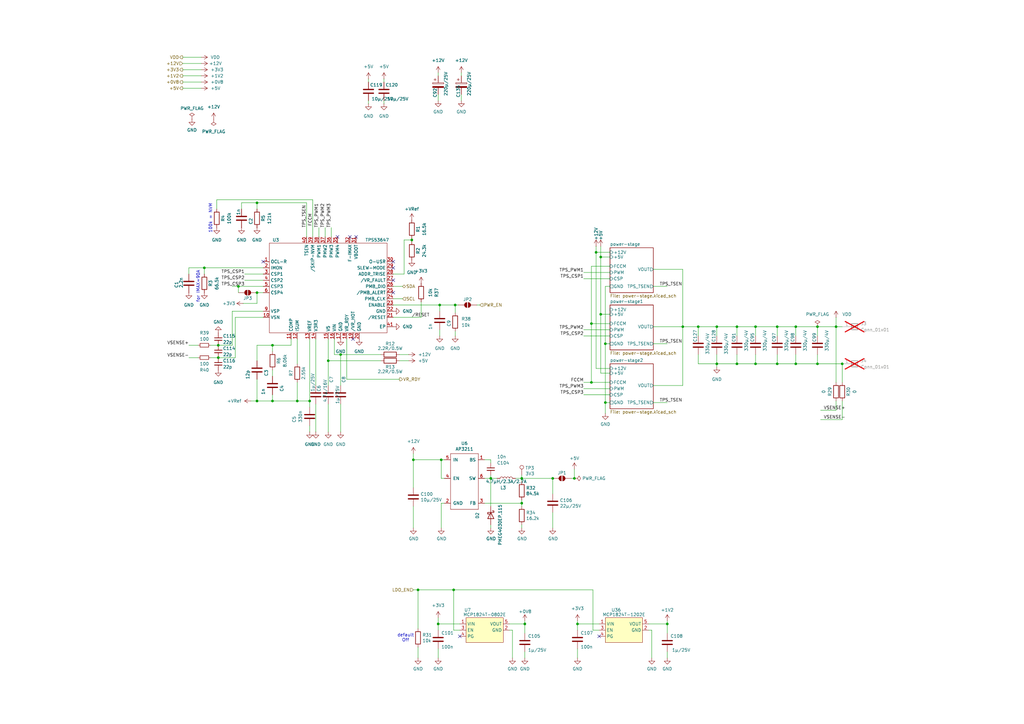
<source format=kicad_sch>
(kicad_sch (version 20250114) (generator "eeschema") (generator_version "9.0")
  (paper "A3")
  (title_block (title "BM1366 bitaxe") (date "2023-10-10") (rev "202"))
  (text "default\nOff" (at 166.37 261.62 0) (effects (font (size 1.27 1.27))))
  (text "for IMAX=90A" (at 81.28 117.475 90) (effects (font (size 1.27 1.27))))
  (text "100k = NVM" (at 86.36 89.535 90) (effects (font (size 1.27 1.27))))
  (junction (at 242.57 156.845))
  (junction (at 213.995 206.375))
  (junction (at 335.28 133.985))
  (junction (at 179.705 255.905) (diameter 0.9144))
  (junction (at 309.88 133.985))
  (junction (at 111.76 141.605))
  (junction (at 342.9 133.985))
  (junction (at 169.545 188.595))
  (junction (at 246.38 105.41))
  (junction (at 294.005 149.225))
  (junction (at 273.685 255.905))
  (junction (at 134.62 147.955))
  (junction (at 186.69 125.095))
  (junction (at 105.41 83.185))
  (junction (at 326.39 133.985))
  (junction (at 186.055 241.935))
  (junction (at 345.44 149.225))
  (junction (at 248.285 140.97))
  (junction (at 168.91 98.425))
  (junction (at 248.285 165.1))
  (junction (at 121.92 164.465))
  (junction (at 246.38 128.905))
  (junction (at 213.995 196.215))
  (junction (at 105.41 120.015))
  (junction (at 89.535 146.685))
  (junction (at 111.76 164.465))
  (junction (at 180.975 188.595))
  (junction (at 215.265 255.905) (diameter 0.9144))
  (junction (at 236.855 255.905) (diameter 0.9144))
  (junction (at 302.26 133.985))
  (junction (at 302.26 149.225))
  (junction (at 226.695 196.215))
  (junction (at 318.77 149.225))
  (junction (at 127 164.465))
  (junction (at 242.57 132.715))
  (junction (at 326.39 149.225))
  (junction (at 294.005 133.985))
  (junction (at 244.475 103.505))
  (junction (at 105.41 164.465))
  (junction (at 318.77 133.985))
  (junction (at 280.035 133.985))
  (junction (at 89.535 141.605))
  (junction (at 180.34 125.095))
  (junction (at 335.28 149.225))
  (junction (at 171.45 241.935))
  (junction (at 201.295 196.215))
  (junction (at 286.385 133.985))
  (junction (at 235.585 196.215))
  (junction (at 309.88 149.225))
  (junction (at 97.79 117.475))
  (junction (at 139.7 145.415))
  (junction (at 83.82 109.855))
  (no_connect (at 107.95 107.315))
  (no_connect (at 161.29 109.855))
  (no_connect (at 161.29 120.015))
  (no_connect (at 144.78 139.065))
  (no_connect (at 161.29 114.935))
  (no_connect (at 245.745 260.985))
  (no_connect (at 143.51 97.155))
  (no_connect (at 161.29 107.315))
  (no_connect (at 138.43 97.155))
  (no_connect (at 146.05 97.155))
  (no_connect (at 188.595 260.985))
  (wire (pts (xy 248.285 165.1) (xy 250.19 165.1)))
  (wire (pts (xy 127 139.065) (xy 127 164.465)))
  (wire (pts (xy 326.39 133.985) (xy 335.28 133.985)))
  (wire (pts (xy 294.005 149.225) (xy 302.26 149.225)))
  (wire (pts (xy 273.685 254.635) (xy 273.685 255.905)))
  (wire (pts (xy 286.385 149.225) (xy 294.005 149.225)))
  (wire (pts (xy 82.55 28.575) (xy 74.93 28.575)))
  (wire (pts (xy 246.38 105.41) (xy 250.19 105.41)))
  (wire (pts (xy 309.88 133.985) (xy 309.88 137.795)))
  (wire (pts (xy 157.48 32.385) (xy 157.48 33.655)))
  (wire (pts (xy 335.28 133.985) (xy 335.28 137.795)))
  (wire (pts (xy 239.395 159.385) (xy 250.19 159.385)))
  (wire (pts (xy 186.055 258.445) (xy 188.595 258.445)))
  (wire (pts (xy 135.89 93.345) (xy 135.89 97.155)))
  (wire (pts (xy 336.55 172.085) (xy 345.44 172.085)))
  (wire (pts (xy 266.065 255.905) (xy 273.685 255.905)))
  (wire (pts (xy 273.685 267.335) (xy 273.685 269.875)))
  (wire (pts (xy 226.695 216.535) (xy 226.695 210.185)))
  (wire (pts (xy 244.475 151.13) (xy 244.475 103.505)))
  (wire (pts (xy 326.39 149.225) (xy 335.28 149.225)))
  (wire (pts (xy 121.92 156.845) (xy 121.92 164.465)))
  (wire (pts (xy 208.915 255.905) (xy 215.265 255.905)))
  (wire (pts (xy 189.23 38.735) (xy 189.23 41.275)))
  (wire (pts (xy 161.29 117.475) (xy 165.1 117.475)))
  (wire (pts (xy 267.335 258.445) (xy 267.335 269.875)))
  (wire (pts (xy 201.295 207.645) (xy 201.295 196.215)))
  (wire (pts (xy 239.395 137.795) (xy 250.19 137.795)))
  (wire (pts (xy 186.055 241.935) (xy 243.205 241.935)))
  (wire (pts (xy 180.975 188.595) (xy 182.245 188.595)))
  (wire (pts (xy 165.735 98.425) (xy 168.91 98.425)))
  (wire (pts (xy 129.54 139.065) (xy 129.54 158.115)))
  (wire (pts (xy 309.88 149.225) (xy 318.77 149.225)))
  (wire (pts (xy 226.695 202.565) (xy 226.695 196.215)))
  (wire (pts (xy 198.755 188.595) (xy 201.295 188.595)))
  (wire (pts (xy 201.295 216.535) (xy 201.295 215.265)))
  (wire (pts (xy 326.39 133.985) (xy 326.39 137.795)))
  (wire (pts (xy 267.97 165.1) (xy 273.685 165.1)))
  (wire (pts (xy 77.47 109.855) (xy 77.47 112.395)))
  (wire (pts (xy 201.295 196.215) (xy 201.295 194.945)))
  (wire (pts (xy 179.705 255.905) (xy 188.595 255.905)))
  (wire (pts (xy 169.545 186.055) (xy 169.545 188.595)))
  (wire (pts (xy 151.13 32.385) (xy 151.13 33.655)))
  (wire (pts (xy 226.695 196.215) (xy 213.995 196.215)))
  (wire (pts (xy 335.28 145.415) (xy 335.28 149.225)))
  (wire (pts (xy 180.34 125.095) (xy 180.34 127.635)))
  (wire (pts (xy 280.035 158.115) (xy 267.97 158.115)))
  (wire (pts (xy 213.995 206.375) (xy 213.995 205.105)))
  (wire (pts (xy 88.9 85.725) (xy 88.9 81.915)))
  (wire (pts (xy 248.285 140.97) (xy 248.285 117.475)))
  (wire (pts (xy 82.55 26.035) (xy 74.93 26.035)))
  (wire (pts (xy 302.26 133.985) (xy 309.88 133.985)))
  (wire (pts (xy 134.62 147.955) (xy 156.21 147.955)))
  (wire (pts (xy 119.38 139.065) (xy 119.38 141.605)))
  (wire (pts (xy 318.77 145.415) (xy 318.77 149.225)))
  (wire (pts (xy 168.91 98.425) (xy 168.91 99.06)))
  (wire (pts (xy 133.35 93.345) (xy 133.35 97.155)))
  (wire (pts (xy 302.26 145.415) (xy 302.26 149.225)))
  (wire (pts (xy 161.29 122.555) (xy 165.1 122.555)))
  (wire (pts (xy 335.28 133.985) (xy 342.9 133.985)))
  (wire (pts (xy 111.76 141.605) (xy 105.41 141.605)))
  (wire (pts (xy 244.475 100.965) (xy 244.475 103.505)))
  (wire (pts (xy 309.88 145.415) (xy 309.88 149.225)))
  (wire (pts (xy 169.545 216.535) (xy 169.545 207.645)))
  (wire (pts (xy 342.9 133.985) (xy 342.9 130.175)))
  (wire (pts (xy 107.95 127.635) (xy 95.25 127.635)))
  (wire (pts (xy 326.39 145.415) (xy 326.39 149.225)))
  (wire (pts (xy 86.36 141.605) (xy 89.535 141.605)))
  (wire (pts (xy 127 174.625) (xy 127 177.165)))
  (wire (pts (xy 89.535 141.605) (xy 95.25 141.605)))
  (wire (pts (xy 157.48 41.275) (xy 157.48 42.545)))
  (wire (pts (xy 111.76 141.605) (xy 111.76 144.145)))
  (wire (pts (xy 97.79 117.475) (xy 107.95 117.475)))
  (wire (pts (xy 267.335 258.445) (xy 266.065 258.445)))
  (wire (pts (xy 127 164.465) (xy 121.92 164.465)))
  (wire (pts (xy 213.995 196.215) (xy 211.455 196.215)))
  (wire (pts (xy 201.295 196.215) (xy 203.835 196.215)))
  (wire (pts (xy 213.995 216.535) (xy 213.995 215.265)))
  (wire (pts (xy 186.69 125.095) (xy 186.69 128.27)))
  (wire (pts (xy 248.285 169.545) (xy 248.285 165.1)))
  (wire (pts (xy 239.395 156.845) (xy 242.57 156.845)))
  (wire (pts (xy 137.16 145.415) (xy 139.7 145.415)))
  (wire (pts (xy 242.57 132.715) (xy 250.19 132.715)))
  (wire (pts (xy 286.385 133.985) (xy 286.385 137.795)))
  (wire (pts (xy 130.81 93.345) (xy 130.81 97.155)))
  (wire (pts (xy 142.24 139.065) (xy 142.24 155.575)))
  (wire (pts (xy 180.975 196.215) (xy 182.245 196.215)))
  (wire (pts (xy 134.62 139.065) (xy 134.62 147.955)))
  (wire (pts (xy 198.755 196.215) (xy 201.295 196.215)))
  (wire (pts (xy 165.735 112.395) (xy 165.735 98.425)))
  (wire (pts (xy 213.995 197.485) (xy 213.995 196.215)))
  (wire (pts (xy 239.395 135.255) (xy 250.19 135.255)))
  (wire (pts (xy 239.395 111.76) (xy 250.19 111.76)))
  (wire (pts (xy 244.475 103.505) (xy 250.19 103.505)))
  (wire (pts (xy 248.285 140.97) (xy 250.19 140.97)))
  (wire (pts (xy 127 164.465) (xy 127 167.005)))
  (wire (pts (xy 180.34 125.095) (xy 186.69 125.095)))
  (wire (pts (xy 309.88 133.985) (xy 318.77 133.985)))
  (wire (pts (xy 100.33 112.395) (xy 107.95 112.395)))
  (wire (pts (xy 267.97 133.985) (xy 280.035 133.985)))
  (wire (pts (xy 215.265 267.335) (xy 215.265 269.875)))
  (wire (pts (xy 180.975 206.375) (xy 182.245 206.375)))
  (wire (pts (xy 129.54 177.165) (xy 129.54 165.735)))
  (wire (pts (xy 294.005 145.415) (xy 294.005 149.225)))
  (wire (pts (xy 119.38 141.605) (xy 111.76 141.605)))
  (wire (pts (xy 99.695 124.46) (xy 105.41 124.46)))
  (wire (pts (xy 180.34 135.255) (xy 180.34 137.795)))
  (wire (pts (xy 161.29 130.175) (xy 172.72 130.175)))
  (wire (pts (xy 267.97 117.475) (xy 273.685 117.475)))
  (wire (pts (xy 161.29 125.095) (xy 180.34 125.095)))
  (wire (pts (xy 128.27 81.915) (xy 128.27 97.155)))
  (wire (pts (xy 111.76 164.465) (xy 105.41 164.465)))
  (wire (pts (xy 294.005 133.985) (xy 302.26 133.985)))
  (wire (pts (xy 169.545 188.595) (xy 180.975 188.595)))
  (wire (pts (xy 111.76 161.925) (xy 111.76 164.465)))
  (wire (pts (xy 105.41 164.465) (xy 105.41 155.575)))
  (wire (pts (xy 248.285 117.475) (xy 250.19 117.475)))
  (wire (pts (xy 107.95 109.855) (xy 83.82 109.855)))
  (wire (pts (xy 273.685 255.905) (xy 273.685 259.715)))
  (wire (pts (xy 83.82 109.855) (xy 77.47 109.855)))
  (wire (pts (xy 318.77 133.985) (xy 326.39 133.985)))
  (wire (pts (xy 318.77 133.985) (xy 318.77 137.795)))
  (wire (pts (xy 236.855 254.635) (xy 236.855 255.905)))
  (wire (pts (xy 111.76 151.765) (xy 111.76 154.305)))
  (wire (pts (xy 213.995 194.945) (xy 213.995 196.215)))
  (wire (pts (xy 89.535 146.685) (xy 96.52 146.685)))
  (wire (pts (xy 345.44 164.465) (xy 345.44 172.085)))
  (wire (pts (xy 342.9 133.985) (xy 342.9 156.845)))
  (wire (pts (xy 125.73 83.185) (xy 105.41 83.185)))
  (wire (pts (xy 161.29 112.395) (xy 165.735 112.395)))
  (wire (pts (xy 163.83 147.955) (xy 167.64 147.955)))
  (wire (pts (xy 198.755 206.375) (xy 213.995 206.375)))
  (wire (pts (xy 105.41 141.605) (xy 105.41 147.955)))
  (wire (pts (xy 151.13 41.275) (xy 151.13 42.545)))
  (wire (pts (xy 235.585 192.405) (xy 235.585 196.215)))
  (wire (pts (xy 179.705 29.845) (xy 179.705 31.115)))
  (wire (pts (xy 99.06 83.185) (xy 99.06 85.725)))
  (wire (pts (xy 335.28 149.225) (xy 345.44 149.225)))
  (wire (pts (xy 180.975 188.595) (xy 180.975 196.215)))
  (wire (pts (xy 186.69 135.89) (xy 186.69 137.795)))
  (wire (pts (xy 77.47 141.605) (xy 81.28 141.605)))
  (wire (pts (xy 242.57 156.845) (xy 250.19 156.845)))
  (wire (pts (xy 169.545 200.025) (xy 169.545 188.595)))
  (wire (pts (xy 97.79 117.475) (xy 97.79 120.015)))
  (wire (pts (xy 82.55 23.495) (xy 74.93 23.495)))
  (wire (pts (xy 179.705 255.905) (xy 179.705 258.445)))
  (wire (pts (xy 137.16 139.065) (xy 137.16 145.415)))
  (wire (pts (xy 96.52 130.175) (xy 96.52 146.685)))
  (wire (pts (xy 294.005 149.225) (xy 294.005 150.495)))
  (wire (pts (xy 171.45 241.935) (xy 186.055 241.935)))
  (wire (pts (xy 215.265 255.905) (xy 215.265 259.715)))
  (wire (pts (xy 100.33 114.935) (xy 107.95 114.935)))
  (wire (pts (xy 179.705 266.065) (xy 179.705 269.875)))
  (wire (pts (xy 236.855 266.065) (xy 236.855 269.875)))
  (wire (pts (xy 195.58 125.095) (xy 196.85 125.095)))
  (wire (pts (xy 186.69 125.095) (xy 187.96 125.095)))
  (wire (pts (xy 246.38 153.035) (xy 246.38 128.905)))
  (wire (pts (xy 139.7 165.735) (xy 139.7 177.165)))
  (wire (pts (xy 246.38 100.965) (xy 246.38 105.41)))
  (wire (pts (xy 248.285 165.1) (xy 248.285 140.97)))
  (wire (pts (xy 186.055 241.935) (xy 186.055 258.445)))
  (wire (pts (xy 105.41 120.015) (xy 105.41 124.46)))
  (wire (pts (xy 250.19 151.13) (xy 244.475 151.13)))
  (wire (pts (xy 121.92 164.465) (xy 111.76 164.465)))
  (wire (pts (xy 102.87 164.465) (xy 105.41 164.465)))
  (wire (pts (xy 142.24 155.575) (xy 163.83 155.575)))
  (wire (pts (xy 318.77 149.225) (xy 326.39 149.225)))
  (wire (pts (xy 302.26 149.225) (xy 309.88 149.225)))
  (wire (pts (xy 105.41 83.185) (xy 105.41 85.725)))
  (wire (pts (xy 163.83 145.415) (xy 167.64 145.415)))
  (wire (pts (xy 246.38 128.905) (xy 246.38 105.41)))
  (wire (pts (xy 210.185 258.445) (xy 210.185 269.875)))
  (wire (pts (xy 86.36 146.685) (xy 89.535 146.685)))
  (wire (pts (xy 180.975 216.535) (xy 180.975 206.375)))
  (wire (pts (xy 88.9 81.915) (xy 128.27 81.915)))
  (wire (pts (xy 82.55 31.115) (xy 74.93 31.115)))
  (wire (pts (xy 95.25 117.475) (xy 97.79 117.475)))
  (wire (pts (xy 239.395 161.925) (xy 250.19 161.925)))
  (wire (pts (xy 172.72 123.825) (xy 172.72 130.175)))
  (wire (pts (xy 280.035 133.985) (xy 286.385 133.985)))
  (wire (pts (xy 171.45 241.935) (xy 171.45 257.81)))
  (wire (pts (xy 201.295 188.595) (xy 201.295 189.865)))
  (wire (pts (xy 236.855 255.905) (xy 236.855 258.445)))
  (wire (pts (xy 342.9 133.985) (xy 345.44 133.985)))
  (wire (pts (xy 280.035 133.985) (xy 280.035 158.115)))
  (wire (pts (xy 215.265 254.635) (xy 215.265 255.905)))
  (wire (pts (xy 250.19 153.035) (xy 246.38 153.035)))
  (wire (pts (xy 105.41 83.185) (xy 99.06 83.185)))
  (wire (pts (xy 243.205 241.935) (xy 243.205 258.445)))
  (wire (pts (xy 77.47 146.685) (xy 81.28 146.685)))
  (wire (pts (xy 95.25 141.605) (xy 95.25 127.635)))
  (wire (pts (xy 74.93 36.195) (xy 82.55 36.195)))
  (wire (pts (xy 235.585 196.215) (xy 234.315 196.215)))
  (wire (pts (xy 294.005 133.985) (xy 294.005 137.795)))
  (wire (pts (xy 105.41 120.015) (xy 107.95 120.015)))
  (wire (pts (xy 213.995 207.645) (xy 213.995 206.375)))
  (wire (pts (xy 179.705 253.365) (xy 179.705 255.905)))
  (wire (pts (xy 179.705 38.735) (xy 179.705 41.275)))
  (wire (pts (xy 250.19 109.22) (xy 242.57 109.22)))
  (wire (pts (xy 171.45 265.43) (xy 171.45 269.875)))
  (wire (pts (xy 125.73 83.185) (xy 125.73 97.155)))
  (wire (pts (xy 286.385 133.985) (xy 294.005 133.985)))
  (wire (pts (xy 210.185 258.445) (xy 208.915 258.445)))
  (wire (pts (xy 286.385 145.415) (xy 286.385 149.225)))
  (wire (pts (xy 246.38 128.905) (xy 250.19 128.905)))
  (wire (pts (xy 134.62 147.955) (xy 134.62 158.115)))
  (wire (pts (xy 280.035 110.49) (xy 280.035 133.985)))
  (wire (pts (xy 245.745 258.445) (xy 243.205 258.445)))
  (wire (pts (xy 82.55 33.655) (xy 74.93 33.655)))
  (wire (pts (xy 189.23 29.845) (xy 189.23 31.115)))
  (wire (pts (xy 342.9 164.465) (xy 342.9 168.275)))
  (wire (pts (xy 336.55 168.275) (xy 342.9 168.275)))
  (wire (pts (xy 139.7 145.415) (xy 156.21 145.415)))
  (wire (pts (xy 139.7 145.415) (xy 139.7 158.115)))
  (wire (pts (xy 267.97 110.49) (xy 280.035 110.49)))
  (wire (pts (xy 121.92 139.065) (xy 121.92 149.225)))
  (wire (pts (xy 267.97 140.97) (xy 273.685 140.97)))
  (wire (pts (xy 107.95 130.175) (xy 96.52 130.175)))
  (wire (pts (xy 236.855 255.905) (xy 245.745 255.905)))
  (wire (pts (xy 169.545 241.935) (xy 171.45 241.935)))
  (wire (pts (xy 168.91 98.425) (xy 168.91 97.79)))
  (wire (pts (xy 239.395 114.3) (xy 250.19 114.3)))
  (wire (pts (xy 345.44 149.225) (xy 345.44 156.845)))
  (wire (pts (xy 242.57 109.22) (xy 242.57 132.715)))
  (wire (pts (xy 242.57 132.715) (xy 242.57 156.845)))
  (wire (pts (xy 134.62 165.735) (xy 134.62 177.165)))
  (wire (pts (xy 83.82 109.855) (xy 83.82 112.395)))
  (wire (pts (xy 302.26 133.985) (xy 302.26 137.795)))
  (label "TPS_PWM1" (at 130.81 93.345 90))
  (label "TPS_CSP1" (at 100.33 112.395 180))
  (label "TPS_CSP3" (at 239.395 161.925 180))
  (label "{slash}RESET" (at 168.91 130.175 0))
  (label "TPS_TSEN" (at 125.73 93.345 90))
  (label "TPS_TSEN" (at 270.51 117.475 0))
  (label "TPS_TSEN" (at 270.51 165.1 0))
  (label "TPS_CSP2" (at 100.33 114.935 180))
  (label "TPS_CSP3" (at 100.33 117.475 180))
  (label "TPS_PWM2" (at 133.35 93.345 90))
  (label "TPS_TSEN" (at 270.51 140.97 0))
  (label "TPS_CSP2" (at 239.395 137.795 180))
  (label "VSENSE+" (at 77.47 141.605 180))
  (label "VSENSE-" (at 337.82 172.085 0))
  (label "VSENSE-" (at 77.47 146.685 180))
  (label "TPS_PWM2" (at 239.395 135.255 180))
  (label "VSENSE+" (at 337.82 168.275 0))
  (label "FCCM" (at 128.27 92.71 90))
  (label "TPS_PWM3" (at 135.89 93.345 90))
  (label "TPS_CSP1" (at 239.395 114.3 180))
  (label "TPS_PWM1" (at 239.395 111.76 180))
  (label "TPS_PWM3" (at 239.395 159.385 180))
  (label "FCCM" (at 239.395 156.845 180))
  (hierarchical_label "VR_RDY" (shape output) (at 163.83 155.575 0))
  (hierarchical_label "VDD" (shape output) (at 74.93 23.495 180))
  (hierarchical_label "+12V" (shape input) (at 74.93 26.035 180))
  (hierarchical_label "SCL" (shape input) (at 165.1 122.555 0))
  (hierarchical_label "SDA" (shape bidirectional) (at 165.1 117.475 0))
  (hierarchical_label "+1V2" (shape output) (at 74.93 31.115 180))
  (hierarchical_label "+3V3" (shape output) (at 74.93 28.575 180))
  (hierarchical_label "+5V" (shape output) (at 74.93 36.195 180))
  (hierarchical_label "+0V8" (shape output) (at 74.93 33.655 180))
  (hierarchical_label "PWR_EN" (shape input) (at 196.85 125.095 0))
  (hierarchical_label "LDO_EN" (shape input) (at 169.545 241.935 180))
  (symbol (lib_id "power:GND") (at 273.685 269.875 0) (mirror y) (unit 1)
    (property "Reference" "#PWR0199" (effects (hide yes)))
    (property "Value" "GND" (at 273.685 274.32 0))
  )
  (symbol (lib_id "pferdibank-rescue:AP3211-mylib") (at 191.135 196.215 0) (unit 1)
    (property "Reference" "U6" (at 190.5 181.864 0))
    (property "Value" "AP3211" (at 190.5 184.1754 0))
    (property "Footprint" "Package_TO_SOT_SMD:SOT-23-6" (effects (hide yes)))
    (property "Distributor" "D" (effects (hide yes)))
    (property "Manufacturer" "AP3211KTR-G1" (effects (hide yes)))
    (property "OrderNr" "AP3211KTR-G1DICT-ND" (effects (hide yes)))
  )
  (symbol (lib_id "Device:C") (at 326.39 141.605 0) (unit 1)
    (property "Reference" "C98" (at 325.12 140.335 90) (effects (justify left)))
    (property "Value" "330µ/4V" (at 330.2 144.145 90) (effects (justify left)))
    (property "Footprint" "Capacitor_SMD:C_1210_3225Metric" (effects (hide yes)))
    (property "Distributor" "D" (effects (hide yes)))
    (property "Manufacturer" "GRM32ER60G337ME05K" (effects (hide yes)))
    (property "OrderNr" "490-GRM32ER60G337ME05KCT-ND" (effects (hide yes)))
    (property "temp-coefficient" "X5R" (effects (hide yes)))
  )
  (symbol (lib_id "power:GND") (at 210.185 269.875 0) (mirror y) (unit 1)
    (property "Reference" "#PWR0181" (effects (hide yes)))
    (property "Value" "GND" (at 210.185 274.32 0))
  )
  (symbol (lib_id "power:+12V") (at 179.705 29.845 0) (unit 1)
    (property "Reference" "#PWR0161" (effects (hide yes)))
    (property "Value" "+12V" (at 179.705 24.765 0))
  )
  (symbol (lib_id "Device:C") (at 99.06 89.535 0) (mirror y) (unit 1)
    (property "Reference" "C2" (at 102.87 92.075 90) (effects (justify left)))
    (property "Value" "1n" (at 97.79 88.265 90) (effects (justify left)))
    (property "Footprint" "Capacitor_SMD:C_0805_2012Metric" (effects (hide yes)))
    (property "Distributor" "D" (effects (hide yes)))
    (property "Manufacturer" "C0805C102J2GECTU" (effects (hide yes)))
    (property "OrderNr" "399-C0805C102J2GECTUCT-ND" (effects (hide yes)))
    (property "temp-coefficient" "C0G" (effects (hide yes)))
  )
  (symbol (lib_name "GND_7") (lib_id "power:GND") (at 151.13 42.545 0) (unit 1)
    (property "Reference" "#PWR029" (effects (hide yes)))
    (property "Value" "GND" (at 151.13 47.625 0))
  )
  (symbol (lib_id "Device:C") (at 215.265 263.525 0) (unit 1)
    (property "Reference" "C105" (at 216.535 261.62 0) (effects (justify left bottom)))
    (property "Value" "1µ/25V" (at 216.535 267.335 0) (effects (justify left bottom)))
    (property "Footprint" "Capacitor_SMD:C_0805_2012Metric" (effects (hide yes)))
    (property "Distributor" "D" (effects (hide yes)))
    (property "Manufacturer" "CL21B105KBFNNNE" (effects (hide yes)))
    (property "OrderNr" "1276-1029-1-ND" (effects (hide yes)))
    (property "temp-coefficient" "X7R" (effects (hide yes)))
  )
  (symbol (lib_name "GND_5") (lib_id "power:GND") (at 134.62 177.165 0) (unit 1)
    (property "Reference" "#PWR024" (effects (hide yes)))
    (property "Value" "GND" (at 134.62 182.245 0))
    (property "Description" "Power symbol creates a global label with name \"GND\" , ground" (effects (hide yes)))
  )
  (symbol (lib_id "Device:C") (at 105.41 151.765 0) (mirror y) (unit 1)
    (property "Reference" "C3" (at 109.22 154.305 90) (effects (justify left)))
    (property "Value" "12p" (at 101.6 155.575 90) (effects (justify left)))
    (property "Footprint" "Capacitor_SMD:C_0603_1608Metric" (effects (hide yes)))
    (property "Distributor" "D" (effects (hide yes)))
    (property "Manufacturer" "C0805C120J5GACTU" (effects (hide yes)))
    (property "OrderNr" "399-C0805C120J5GACTUCT-ND" (effects (hide yes)))
    (property "temp-coefficient" "C0G" (effects (hide yes)))
  )
  (symbol (lib_name "+3V3_1") (lib_id "power:+3V3") (at 172.72 116.205 0) (unit 1)
    (property "Reference" "#PWR02" (effects (hide yes)))
    (property "Value" "+3V3" (at 172.72 111.125 0))
    (property "Description" "Power symbol creates a global label with name \"+3V3\"" (effects (hide yes)))
  )
  (symbol (lib_id "power:+3V3") (at 236.855 254.635 0) (unit 1)
    (property "Reference" "#PWR0193" (effects (hide yes)))
    (property "Value" "+3V3" (at 236.855 249.555 0))
  )
  (symbol (lib_name "GND_7") (lib_id "power:GND") (at 157.48 42.545 0) (unit 1)
    (property "Reference" "#PWR036" (effects (hide yes)))
    (property "Value" "GND" (at 157.48 47.625 0))
  )
  (symbol (lib_id "mylib7:TPS53647") (at 134.62 118.745 0) (unit 1)
    (property "Reference" "U3" (at 111.76 98.425 0) (effects (justify left)))
    (property "Value" "TPS53647" (at 149.86 98.425 0) (effects (justify left)))
    (property "Footprint" "Package_DFN_QFN:Texas_RHA0040B_VQFN-40-1EP_6x6mm_P0.5mm_EP4.15x4.15mm_ThermalVias" (effects (hide yes)))
    (property "Distributor" "D" (effects (hide yes)))
    (property "Manufacturer" "TPS53647RTAR" (effects (hide yes)))
    (property "OrderNr" "296-51986-1-ND" (effects (hide yes)))
  )
  (symbol (lib_id "power:+3V3") (at 82.55 28.575 270) (mirror x) (unit 1)
    (property "Reference" "#PWR016" (effects (hide yes)))
    (property "Value" "+3V3" (at 86.36 28.575 90) (effects (justify left)))
  )
  (symbol (lib_id "power:VDD") (at 342.9 130.175 0) (unit 1)
    (property "Reference" "#PWR0166" (effects (hide yes)))
    (property "Value" "VDD" (at 345.44 128.9049 0) (effects (justify left)))
    (property "Description" "Power symbol creates a global label with name \"VDD\"" (effects (hide yes)))
  )
  (symbol (lib_id "Device:R") (at 88.9 89.535 180) (unit 1)
    (property "Reference" "R4" (at 91.44 89.535 90))
    (property "Value" "100k" (at 93.98 89.535 90))
    (property "Footprint" "Resistor_SMD:R_0805_2012Metric" (effects (hide yes)))
    (property "Description" "Resistor" (effects (hide yes)))
    (property "Distributor" "D" (effects (hide yes)))
    (property "Manufacturer" "RMCF0805FT100K" (effects (hide yes)))
    (property "OrderNr" "RMCF0805FT100KCT-ND" (effects (hide yes)))
  )
  (symbol (lib_id "mylib7:+VRef") (at 168.91 90.17 0) (unit 1)
    (property "Reference" "#PWR023" (effects (hide yes)))
    (property "Value" "+VRef" (at 168.91 85.725 0))
    (property "Description" "Power symbol creates a global label with name \"+3.3V\"" (effects (hide yes)))
  )
  (symbol (lib_id "Device:C_Polarized") (at 189.23 34.925 0) (unit 1)
    (property "Reference" "C135" (at 187.96 40.005 90) (effects (justify left)))
    (property "Value" "220µ/25V" (at 192.405 39.37 90) (effects (justify left)))
    (property "Footprint" "Capacitor_SMD:CP_Elec_8x10" (effects (hide yes)))
    (property "Distributor" "D" (effects (hide yes)))
    (property "Manufacturer" "HHXE250ARA221MHA0G" (effects (hide yes)))
    (property "OrderNr" "565-HHXE250ARA221MHA0GCT-ND" (effects (hide yes)))
  )
  (symbol (lib_name "GND_9") (lib_id "power:GND") (at 89.535 151.765 0) (unit 1)
    (property "Reference" "#PWR0221" (effects (hide yes)))
    (property "Value" "GND" (at 89.535 156.845 0))
    (property "Description" "Power symbol creates a global label with name \"GND\" , ground" (effects (hide yes)))
  )
  (symbol (lib_id "Device:C") (at 226.695 206.375 0) (unit 1)
    (property "Reference" "C106" (at 229.616 205.2066 0) (effects (justify left)))
    (property "Value" "22µ/25V" (at 229.616 207.518 0) (effects (justify left)))
    (property "Footprint" "Capacitor_SMD:C_1210_3225Metric" (effects (hide yes)))
    (property "Distributor" "D" (effects (hide yes)))
    (property "Manufacturer" "CL32B226KAJNNNE" (effects (hide yes)))
    (property "OrderNr" "1276-3392-1-ND" (effects (hide yes)))
    (property "temp-coefficient" "X7R" (effects (hide yes)))
  )
  (symbol (lib_id "Jumper:SolderJumper_2_Open") (at 101.6 120.015 0) (mirror x) (unit 1) (exclude_from_sim yes) (in_bom no)
    (property "Reference" "JP3" (at 101.6 122.301 0))
    (property "Value" "SolderJumper_2_Open" (effects (hide yes)))
    (property "Footprint" "Jumper:SolderJumper-2_P1.3mm_Open_RoundedPad1.0x1.5mm" (effects (hide yes)))
    (property "Description" "Solder Jumper, 2-pole, open" (effects (hide yes)))
    (property "Distributor" "-" (effects (hide yes)))
  )
  (symbol (lib_id "Device:R") (at 111.76 147.955 180) (unit 1)
    (property "Reference" "R6" (at 114.3 147.955 90))
    (property "Value" "8.06k" (at 116.84 147.955 90))
    (property "Footprint" "Resistor_SMD:R_0805_2012Metric" (effects (hide yes)))
    (property "Description" "Resistor" (effects (hide yes)))
    (property "Distributor" "D" (effects (hide yes)))
    (property "Manufacturer" "RMCF0805FT8K06" (effects (hide yes)))
    (property "OrderNr" "RMCF0805FT8K06CT-ND" (effects (hide yes)))
  )
  (symbol (lib_name "+5V_2") (lib_id "power:+5V") (at 167.64 147.955 270) (unit 1)
    (property "Reference" "#PWR033" (effects (hide yes)))
    (property "Value" "+5V" (at 171.45 147.9549 90) (effects (justify left)))
    (property "Description" "Power symbol creates a global label with name \"+5V\"" (effects (hide yes)))
  )
  (symbol (lib_id "Device:C_Polarized") (at 179.705 34.925 0) (unit 1)
    (property "Reference" "C92" (at 178.435 40.005 90) (effects (justify left)))
    (property "Value" "220µ/25V" (at 182.88 39.37 90) (effects (justify left)))
    (property "Footprint" "Capacitor_SMD:CP_Elec_8x10" (effects (hide yes)))
    (property "Distributor" "D" (effects (hide yes)))
    (property "Manufacturer" "HHXE250ARA221MHA0G" (effects (hide yes)))
    (property "OrderNr" "565-HHXE250ARA221MHA0GCT-ND" (effects (hide yes)))
  )
  (symbol (lib_id "power:GND") (at 180.975 216.535 0) (unit 1)
    (property "Reference" "#PWR0173" (effects (hide yes)))
    (property "Value" "GND" (at 181.102 220.9292 0))
  )
  (symbol (lib_name "+3V3_2") (lib_id "power:+3V3") (at 99.695 124.46 90) (unit 1)
    (property "Reference" "#PWR05" (effects (hide yes)))
    (property "Value" "+3V3" (at 96.52 124.4599 90) (effects (justify left)))
    (property "Description" "Power symbol creates a global label with name \"+3V3\"" (effects (hide yes)))
  )
  (symbol (lib_id "Device:R") (at 186.69 132.08 0) (unit 1)
    (property "Reference" "R38" (at 189.23 130.81 0) (effects (justify left)))
    (property "Value" "10k" (at 189.23 133.35 0) (effects (justify left)))
    (property "Footprint" "Resistor_SMD:R_0805_2012Metric" (effects (hide yes)))
    (property "Distributor" "D" (effects (hide yes)))
    (property "Manufacturer" "RMCF0805FT10K0" (effects (hide yes)))
    (property "OrderNr" "RMCF0805FT10K0CT-ND" (effects (hide yes)))
  )
  (symbol (lib_id "power:+1V2") (at 82.55 31.115 270) (mirror x) (unit 1)
    (property "Reference" "#PWR017" (effects (hide yes)))
    (property "Value" "+1V2" (at 86.36 31.1149 90) (effects (justify left)))
    (property "Description" "Power symbol creates a global label with name \"+1V2\"" (effects (hide yes)))
  )
  (symbol (lib_id "power:GND") (at 226.695 216.535 0) (unit 1)
    (property "Reference" "#PWR0188" (effects (hide yes)))
    (property "Value" "GND" (at 226.822 220.9292 0))
  )
  (symbol (lib_name "GND_6") (lib_id "power:GND") (at 180.34 137.795 0) (unit 1)
    (property "Reference" "#PWR034" (effects (hide yes)))
    (property "Value" "GND" (at 180.34 142.875 0))
    (property "Description" "Power symbol creates a global label with name \"GND\" , ground" (effects (hide yes)))
  )
  (symbol (lib_name "PWR_FLAG_2") (lib_id "power:PWR_FLAG") (at 235.585 196.215 270) (unit 1)
    (property "Reference" "#FLG02" (effects (hide yes)))
    (property "Value" "PWR_FLAG" (at 238.76 196.2149 90) (effects (justify left)))
    (property "Description" "Special symbol for telling ERC where power comes from" (effects (hide yes)))
  )
  (symbol (lib_id "power:+12V") (at 87.63 48.895 0) (unit 1)
    (property "Reference" "#PWR019" (effects (hide yes)))
    (property "Value" "+12V" (at 87.63 43.815 0))
  )
  (symbol (lib_id "power:GND") (at 179.705 269.875 0) (mirror y) (unit 1)
    (property "Reference" "#PWR0172" (effects (hide yes)))
    (property "Value" "GND" (at 179.705 274.32 0))
  )
  (symbol (lib_id "mylib7:+VRef") (at 102.87 164.465 90) (unit 1)
    (property "Reference" "#PWR010" (effects (hide yes)))
    (property "Value" "+VRef" (at 99.06 164.4649 90) (effects (justify left)))
    (property "Description" "Power symbol creates a global label with name \"+3.3V\"" (effects (hide yes)))
  )
  (symbol (lib_id "Device:R") (at 168.91 93.98 180) (unit 1)
    (property "Reference" "R1" (at 171.45 93.98 90))
    (property "Value" "16.5k" (at 173.99 93.98 90))
    (property "Footprint" "Resistor_SMD:R_0805_2012Metric" (effects (hide yes)))
    (property "Description" "Resistor" (effects (hide yes)))
    (property "Distributor" "D" (effects (hide yes)))
    (property "Manufacturer" "CRCW080516K5FKEA" (effects (hide yes)))
    (property "OrderNr" "541-16.5KCCT-ND" (effects (hide yes)))
  )
  (symbol (lib_id "Device:C") (at 309.88 141.605 0) (unit 1)
    (property "Reference" "C95" (at 308.61 140.335 90) (effects (justify left)))
    (property "Value" "330µ/4V" (at 313.69 144.145 90) (effects (justify left)))
    (property "Footprint" "Capacitor_SMD:C_1210_3225Metric" (effects (hide yes)))
    (property "Distributor" "D" (effects (hide yes)))
    (property "Manufacturer" "GRM32ER60G337ME05K" (effects (hide yes)))
    (property "OrderNr" "490-GRM32ER60G337ME05KCT-ND" (effects (hide yes)))
    (property "temp-coefficient" "X5R" (effects (hide yes)))
  )
  (symbol (lib_name "+5V_3") (lib_id "power:+5V") (at 151.13 32.385 0) (unit 1)
    (property "Reference" "#PWR028" (effects (hide yes)))
    (property "Value" "+5V" (at 151.13 27.305 0))
    (property "Description" "Power symbol creates a global label with name \"+5V\"" (effects (hide yes)))
  )
  (symbol (lib_id "Device:C") (at 180.34 131.445 0) (mirror y) (unit 1)
    (property "Reference" "C9" (at 184.15 133.985 90) (effects (justify left)))
    (property "Value" "1n" (at 176.53 135.255 90) (effects (justify left)))
    (property "Footprint" "Capacitor_SMD:C_0805_2012Metric" (effects (hide yes)))
    (property "Distributor" "D" (effects (hide yes)))
    (property "Manufacturer" "C0805C102J2GECTU" (effects (hide yes)))
    (property "OrderNr" "399-C0805C102J2GECTUCT-ND" (effects (hide yes)))
    (property "temp-coefficient" "C0G" (effects (hide yes)))
  )
  (symbol (lib_id "power:GND") (at 78.74 48.895 0) (unit 1)
    (property "Reference" "#PWR013" (effects (hide yes)))
    (property "Value" "GND" (at 78.74 53.34 0))
  )
  (symbol (lib_name "GND_6") (lib_id "power:GND") (at 161.29 127.635 90) (unit 1)
    (property "Reference" "#PWR030" (effects (hide yes)))
    (property "Value" "GND" (at 165.1 127.6349 90) (effects (justify right)))
    (property "Description" "Power symbol creates a global label with name \"GND\" , ground" (effects (hide yes)))
  )
  (symbol (lib_id "Device:C") (at 129.54 161.925 0) (mirror y) (unit 1)
    (property "Reference" "C6" (at 130.81 160.655 90) (effects (justify left)))
    (property "Value" "1µ/25V" (at 128.27 160.655 90) (effects (justify left)))
    (property "Footprint" "Capacitor_SMD:C_0805_2012Metric" (effects (hide yes)))
    (property "Distributor" "D" (effects (hide yes)))
    (property "Manufacturer" "CL21B105KBFNNNE" (effects (hide yes)))
    (property "OrderNr" "1276-1029-1-ND" (effects (hide yes)))
    (property "temp-coefficient" "X7R" (effects (hide yes)))
  )
  (symbol (lib_id "Connector_Generic:Conn_01x01") (at 350.52 149.225 0) (unit 1) (in_bom no) (on_board no) (dnp yes)
    (property "Reference" "J4" (at 353.06 147.9549 0) (effects (justify left)))
    (property "Value" "Conn_01x01" (at 353.06 150.4949 0) (effects (justify left)))
    (property "Footprint" "TerminalBlock_Wuerth:Wuerth_REDCUBE-THR_WP-THRBU_74650194_THR" (effects (hide yes)))
    (property "Description" "Generic connector, single row, 01x01, script generated (kicad-library-utils/schlib/autogen/connector/)" (effects (hide yes)))
    (property "Distributor" "D" (effects (hide yes)))
    (property "Manufacturer" "74650194R" (effects (hide yes)))
    (property "OrderNr" "732-74650194RCT-ND" (effects (hide yes)))
  )
  (symbol (lib_id "Device:R") (at 160.02 147.955 270) (unit 1)
    (property "Reference" "R13" (at 160.02 150.495 90))
    (property "Value" "2.2R/0.5W" (at 160.02 152.4 90))
    (property "Footprint" "Resistor_SMD:R_0805_2012Metric" (effects (hide yes)))
    (property "Description" "Resistor" (effects (hide yes)))
    (property "Distributor" "D" (effects (hide yes)))
    (property "Manufacturer" "RCS08052R20FKEA" (effects (hide yes)))
    (property "OrderNr" "541-10524-1-ND" (effects (hide yes)))
  )
  (symbol (lib_name "GND_7") (lib_id "power:GND") (at 77.47 120.015 0) (unit 1)
    (property "Reference" "#PWR06" (effects (hide yes)))
    (property "Value" "GND" (at 77.47 125.095 0))
    (property "Description" "Power symbol creates a global label with name \"GND\" , ground" (effects (hide yes)))
  )
  (symbol (lib_id "Device:C_Small") (at 89.535 149.225 0) (unit 1)
    (property "Reference" "C116" (at 91.44 147.955 0) (effects (justify left)))
    (property "Value" "22p" (at 91.44 150.495 0) (effects (justify left)))
    (property "Footprint" "Capacitor_SMD:C_0603_1608Metric" (effects (hide yes)))
    (property "Description" "Unpolarized capacitor, small symbol" (effects (hide yes)))
    (property "Distributor" "D" (effects (hide yes)))
    (property "Manufacturer" "CL21C220JBANFNC" (effects (hide yes)))
    (property "OrderNr" "1276-2606-1-ND" (effects (hide yes)))
    (property "temp-coefficient" "C0G" (effects (hide yes)))
  )
  (symbol (lib_name "GND_7") (lib_id "power:GND") (at 99.06 93.345 0) (unit 1)
    (property "Reference" "#PWR09" (effects (hide yes)))
    (property "Value" "GND" (at 99.06 98.425 0))
    (property "Description" "Power symbol creates a global label with name \"GND\" , ground" (effects (hide yes)))
  )
  (symbol (lib_id "power:GND") (at 171.45 269.875 0) (mirror y) (unit 1)
    (property "Reference" "#PWR0202" (effects (hide yes)))
    (property "Value" "GND" (at 171.45 274.32 0))
  )
  (symbol (lib_id "Device:C_Small") (at 89.535 139.065 0) (unit 1)
    (property "Reference" "C115" (at 91.44 137.795 0) (effects (justify left)))
    (property "Value" "22p" (at 91.44 140.335 0) (effects (justify left)))
    (property "Footprint" "Capacitor_SMD:C_0603_1608Metric" (effects (hide yes)))
    (property "Description" "Unpolarized capacitor, small symbol" (effects (hide yes)))
    (property "Distributor" "D" (effects (hide yes)))
    (property "Manufacturer" "CL21C220JBANFNC" (effects (hide yes)))
    (property "OrderNr" "1276-2606-1-ND" (effects (hide yes)))
    (property "temp-coefficient" "C0G" (effects (hide yes)))
  )
  (symbol (lib_name "PWR_FLAG_1") (lib_id "power:PWR_FLAG") (at 335.28 133.985 0) (unit 1)
    (property "Reference" "#FLG04" (effects (hide yes)))
    (property "Value" "PWR_FLAG" (at 335.28 128.905 0))
    (property "Description" "Special symbol for telling ERC where power comes from" (effects (hide yes)))
  )
  (symbol (lib_name "GND_6") (lib_id "power:GND") (at 161.29 133.985 90) (unit 1)
    (property "Reference" "#PWR031" (effects (hide yes)))
    (property "Value" "GND" (at 165.1 133.9849 90) (effects (justify right)))
    (property "Description" "Power symbol creates a global label with name \"GND\" , ground" (effects (hide yes)))
  )
  (symbol (lib_id "Device:C") (at 169.545 203.835 0) (unit 1)
    (property "Reference" "C100" (at 172.466 202.6666 0) (effects (justify left)))
    (property "Value" "10µ/25V" (at 172.466 204.978 0) (effects (justify left)))
    (property "Footprint" "Capacitor_SMD:C_0805_2012Metric" (effects (hide yes)))
    (property "Distributor" "D" (effects (hide yes)))
    (property "Manufacturer" "GRM21BZ71E106KE15L" (effects (hide yes)))
    (property "OrderNr" "490-GRM21BZ71E106KE15LCT-ND" (effects (hide yes)))
    (property "temp-coefficient" "X7R" (effects (hide yes)))
  )
  (symbol (lib_id "Device:C") (at 294.005 141.605 0) (unit 1)
    (property "Reference" "C128" (at 292.735 140.335 90) (effects (justify left)))
    (property "Value" "330µ/4V" (at 297.815 145.415 90) (effects (justify left)))
    (property "Footprint" "Capacitor_SMD:C_1210_3225Metric" (effects (hide yes)))
    (property "Distributor" "D" (effects (hide yes)))
    (property "Manufacturer" "GRM32ER60G337ME05K" (effects (hide yes)))
    (property "OrderNr" "490-GRM32ER60G337ME05KCT-ND" (effects (hide yes)))
    (property "temp-coefficient" "X5R" (effects (hide yes)))
  )
  (symbol (lib_id "power:+12V") (at 169.545 186.055 0) (unit 1)
    (property "Reference" "#PWR0167" (effects (hide yes)))
    (property "Value" "+12V" (at 169.545 180.975 0))
  )
  (symbol (lib_name "GND_6") (lib_id "power:GND") (at 147.32 139.065 0) (unit 1)
    (property "Reference" "#PWR027" (effects (hide yes)))
    (property "Value" "GND" (at 147.32 144.145 0))
    (property "Description" "Power symbol creates a global label with name \"GND\" , ground" (effects (hide yes)))
  )
  (symbol (lib_id "Device:C") (at 151.13 37.465 0) (unit 1)
    (property "Reference" "C119" (at 151.765 35.56 0) (effects (justify left bottom)))
    (property "Value" "10µ/25V" (at 152.4 41.275 0) (effects (justify left bottom)))
    (property "Footprint" "Capacitor_SMD:C_0805_2012Metric" (effects (hide yes)))
    (property "Distributor" "D" (effects (hide yes)))
    (property "Manufacturer" "GRM21BZ71E106KE15L" (effects (hide yes)))
    (property "OrderNr" "490-GRM21BZ71E106KE15LCT-ND" (effects (hide yes)))
    (property "temp-coefficient" "X7R" (effects (hide yes)))
  )
  (symbol (lib_id "Device:L") (at 207.645 196.215 90) (unit 1)
    (property "Reference" "L3" (at 206.375 200.025 90))
    (property "Value" "4.7µH/2.3A/2.7A" (at 207.645 197.485 90))
    (property "Footprint" "Inductor_SMD:L_Taiyo-Yuden_NR-50xx" (effects (hide yes)))
    (property "Distributor" "D" (effects (hide yes)))
    (property "Manufacturer" "74404052047" (effects (hide yes)))
    (property "OrderNr" "732-7244-1-ND" (effects (hide yes)))
  )
  (symbol (lib_id "power:GND") (at 201.295 216.535 0) (unit 1)
    (property "Reference" "#PWR0177" (effects (hide yes)))
    (property "Value" "GND" (at 201.422 220.9292 0))
  )
  (symbol (lib_id "Device:R_Small") (at 83.82 141.605 90) (unit 1)
    (property "Reference" "R39" (at 83.82 136.525 90))
    (property "Value" "100" (at 83.82 139.065 90))
    (property "Footprint" "Resistor_SMD:R_0805_2012Metric" (effects (hide yes)))
    (property "Description" "Resistor, small symbol" (effects (hide yes)))
    (property "Distributor" "D" (effects (hide yes)))
    (property "Manufacturer" "RC0805FR-07100RL" (effects (hide yes)))
    (property "OrderNr" "311-100CRCT-ND" (effects (hide yes)))
  )
  (symbol (lib_id "Device:C") (at 335.28 141.605 0) (unit 1)
    (property "Reference" "C99" (at 334.01 140.335 90) (effects (justify left)))
    (property "Value" "330µ/4V" (at 339.09 144.145 90) (effects (justify left)))
    (property "Footprint" "Capacitor_SMD:C_1210_3225Metric" (effects (hide yes)))
    (property "Distributor" "D" (effects (hide yes)))
    (property "Manufacturer" "GRM32ER60G337ME05K" (effects (hide yes)))
    (property "OrderNr" "490-GRM32ER60G337ME05KCT-ND" (effects (hide yes)))
    (property "temp-coefficient" "X5R" (effects (hide yes)))
  )
  (symbol (lib_id "Device:C") (at 111.76 158.115 0) (mirror y) (unit 1)
    (property "Reference" "C4" (at 115.57 160.655 90) (effects (justify left)))
    (property "Value" "1n" (at 107.95 161.925 90) (effects (justify left)))
    (property "Footprint" "Capacitor_SMD:C_0805_2012Metric" (effects (hide yes)))
    (property "Distributor" "D" (effects (hide yes)))
    (property "Manufacturer" "C0805C102J2GECTU" (effects (hide yes)))
    (property "OrderNr" "399-C0805C102J2GECTUCT-ND" (effects (hide yes)))
    (property "temp-coefficient" "C0G" (effects (hide yes)))
  )
  (symbol (lib_id "power:+5V") (at 235.585 192.405 0) (unit 1)
    (property "Reference" "#PWR0189" (effects (hide yes)))
    (property "Value" "+5V" (at 235.585 187.96 0))
  )
  (symbol (lib_id "Device:C") (at 236.855 262.255 0) (unit 1)
    (property "Reference" "C107" (at 238.125 260.35 0) (effects (justify left bottom)))
    (property "Value" "100n" (at 238.125 266.065 0) (effects (justify left bottom)))
    (property "Footprint" "Capacitor_SMD:C_0805_2012Metric" (effects (hide yes)))
    (property "Distributor" "D" (effects (hide yes)))
    (property "Manufacturer" "C0805C104K5RACTU" (effects (hide yes)))
    (property "OrderNr" "399-C0805C104K5RACTUCT-ND" (effects (hide yes)))
    (property "temp-coefficient" "X7R" (effects (hide yes)))
  )
  (symbol (lib_id "Device:R") (at 171.45 261.62 0) (unit 1)
    (property "Reference" "R31" (at 173.228 260.4516 0) (effects (justify left)))
    (property "Value" "10k" (at 173.228 262.763 0) (effects (justify left)))
    (property "Footprint" "Resistor_SMD:R_0805_2012Metric" (effects (hide yes)))
    (property "Distributor" "D" (effects (hide yes)))
    (property "Manufacturer" "RMCF0805FT10K0" (effects (hide yes)))
    (property "OrderNr" "RMCF0805FT10K0CT-ND" (effects (hide yes)))
  )
  (symbol (lib_id "power:+5V") (at 82.55 36.195 270) (unit 1)
    (property "Reference" "#PWR018" (effects (hide yes)))
    (property "Value" "+5V" (at 86.36 36.195 90) (effects (justify left)))
  )
  (symbol (lib_id "Device:C") (at 134.62 161.925 180) (unit 1)
    (property "Reference" "C7" (at 135.89 154.305 90) (effects (justify left)))
    (property "Value" "4.7µ/16V" (at 133.35 155.575 90) (effects (justify left)))
    (property "Footprint" "Capacitor_SMD:C_0805_2012Metric" (effects (hide yes)))
    (property "Distributor" "D" (effects (hide yes)))
    (property "Manufacturer" "GRM21BR71C475KE51K" (effects (hide yes)))
    (property "OrderNr" "490-GRM21BR71C475KE51KCT-ND" (effects (hide yes)))
    (property "temp-coefficient" "X7R" (effects (hide yes)))
  )
  (symbol (lib_id "power:+12V") (at 189.23 29.845 0) (unit 1)
    (property "Reference" "#PWR0249" (effects (hide yes)))
    (property "Value" "+12V" (at 189.23 24.765 0))
  )
  (symbol (lib_id "power:GND") (at 267.335 269.875 0) (mirror y) (unit 1)
    (property "Reference" "#PWR0195" (effects (hide yes)))
    (property "Value" "GND" (at 267.335 274.32 0))
  )
  (symbol (lib_id "Device:C") (at 127 170.815 0) (mirror y) (unit 1)
    (property "Reference" "C5" (at 120.65 173.355 90) (effects (justify left)))
    (property "Value" "330n" (at 123.19 173.355 90) (effects (justify left)))
    (property "Footprint" "Capacitor_SMD:C_0805_2012Metric" (effects (hide yes)))
    (property "Distributor" "D" (effects (hide yes)))
    (property "Manufacturer" "CL21B334KBFNNNE" (effects (hide yes)))
    (property "OrderNr" "1276-1123-1-ND" (effects (hide yes)))
    (property "temp-coefficient" "X7R" (effects (hide yes)))
  )
  (symbol (lib_name "MCP1824_1") (lib_id "bitaxe:MCP1824") (at 198.755 257.175 0) (unit 1)
    (property "Reference" "U7" (at 191.77 250.19 0))
    (property "Value" "MCP1824T-0802E" (at 198.755 252.095 0))
    (property "Footprint" "Package_TO_SOT_SMD:SOT-23-5" (effects (hide yes)))
    (property "Datasheet" "https://ww1.microchip.com/downloads/en/DeviceDoc/22070a.pdf" (effects (hide yes)))
    (property "OrderNr" "MCP1824T-0802E/OTCT-ND" (effects (hide yes)))
    (property "Distributor" "D" (effects (hide yes)))
    (property "Manufacturer" "MCP1824T-0802E/OT" (effects (hide yes)))
  )
  (symbol (lib_id "bitaxe:MCP1824") (at 255.905 257.175 0) (unit 1)
    (property "Reference" "U36" (at 252.73 250.19 0))
    (property "Value" "MCP1824T-1202E" (at 255.905 252.095 0))
    (property "Footprint" "Package_TO_SOT_SMD:SOT-23-5" (effects (hide yes)))
    (property "OrderNr" "MCP1824T-1202E/OTCT-ND" (effects (hide yes)))
    (property "Distributor" "D" (effects (hide yes)))
    (property "Manufacturer" "MCP1824T-1202E/OT" (effects (hide yes)))
  )
  (symbol (lib_id "power:GND") (at 213.995 216.535 0) (unit 1)
    (property "Reference" "#PWR0186" (effects (hide yes)))
    (property "Value" "GND" (at 214.122 220.9292 0))
  )
  (symbol (lib_name "GND_6") (lib_id "power:GND") (at 186.69 137.795 0) (unit 1)
    (property "Reference" "#PWR0220" (effects (hide yes)))
    (property "Value" "GND" (at 186.69 142.875 0))
    (property "Description" "Power symbol creates a global label with name \"GND\" , ground" (effects (hide yes)))
  )
  (symbol (lib_id "Device:C_Small") (at 201.295 192.405 0) (unit 1)
    (property "Reference" "C104" (at 203.835 189.865 0) (effects (justify left)))
    (property "Value" "10n" (at 203.835 187.325 0) (effects (justify left)))
    (property "Footprint" "Capacitor_SMD:C_0805_2012Metric" (effects (hide yes)))
    (property "Distributor" "D" (effects (hide yes)))
    (property "Manufacturer" "C0805C103J1GECTU" (effects (hide yes)))
    (property "OrderNr" "399-C0805C103J1GECTUCT-ND" (effects (hide yes)))
    (property "temp-coefficient" "C0G" (effects (hide yes)))
  )
  (symbol (lib_id "Jumper:SolderJumper_2_Open") (at 191.77 125.095 0) (unit 1) (exclude_from_sim yes) (in_bom no)
    (property "Reference" "JP2" (at 191.77 122.809 0))
    (property "Value" "SolderJumper_2_Open" (effects (hide yes)))
    (property "Footprint" "Jumper:SolderJumper-2_P1.3mm_Open_RoundedPad1.0x1.5mm" (effects (hide yes)))
    (property "Description" "Solder Jumper, 2-pole, open" (effects (hide yes)))
    (property "Distributor" "-" (effects (hide yes)))
  )
  (symbol (lib_id "Device:C") (at 179.705 262.255 0) (unit 1)
    (property "Reference" "C101" (at 180.975 260.35 0) (effects (justify left bottom)))
    (property "Value" "100n" (at 180.975 266.065 0) (effects (justify left bottom)))
    (property "Footprint" "Capacitor_SMD:C_0805_2012Metric" (effects (hide yes)))
    (property "Distributor" "D" (effects (hide yes)))
    (property "Manufacturer" "C0805C104K5RACTU" (effects (hide yes)))
    (property "OrderNr" "399-C0805C104K5RACTUCT-ND" (effects (hide yes)))
    (property "temp-coefficient" "X7R" (effects (hide yes)))
  )
  (symbol (lib_id "Device:C") (at 273.685 263.525 0) (unit 1)
    (property "Reference" "C108" (at 274.955 261.62 0) (effects (justify left bottom)))
    (property "Value" "1µ/25V" (at 275.59 267.335 0) (effects (justify left bottom)))
    (property "Footprint" "Capacitor_SMD:C_0805_2012Metric" (effects (hide yes)))
    (property "Distributor" "D" (effects (hide yes)))
    (property "Manufacturer" "CL21B105KBFNNNE" (effects (hide yes)))
    (property "OrderNr" "1276-1029-1-ND" (effects (hide yes)))
    (property "temp-coefficient" "X7R" (effects (hide yes)))
  )
  (symbol (lib_id "power:+12V") (at 82.55 26.035 270) (mirror x) (unit 1)
    (property "Reference" "#PWR015" (effects (hide yes)))
    (property "Value" "+12V" (at 85.725 26.035 90) (effects (justify left)))
  )
  (symbol (lib_id "Device:R") (at 213.995 211.455 0) (unit 1)
    (property "Reference" "R34" (at 215.773 210.2866 0) (effects (justify left)))
    (property "Value" "16.2k" (at 215.773 212.598 0) (effects (justify left)))
    (property "Footprint" "Resistor_SMD:R_0805_2012Metric" (effects (hide yes)))
    (property "Distributor" "D" (effects (hide yes)))
    (property "Manufacturer" "RMCF0805FT16K2" (effects (hide yes)))
    (property "OrderNr" "RMCF0805FT16K2CT-ND" (effects (hide yes)))
  )
  (symbol (lib_id "Device:R") (at 168.91 102.87 180) (unit 1)
    (property "Reference" "R2" (at 171.45 102.87 90))
    (property "Value" "24.3k" (at 173.99 102.87 90))
    (property "Footprint" "Resistor_SMD:R_0805_2012Metric" (effects (hide yes)))
    (property "Description" "Resistor" (effects (hide yes)))
    (property "Distributor" "D" (effects (hide yes)))
    (property "Manufacturer" "RC0805FR-0724K3L" (effects (hide yes)))
    (property "OrderNr" "311-24.3KCRCT-ND" (effects (hide yes)))
  )
  (symbol (lib_name "GND_5") (lib_id "power:GND") (at 129.54 177.165 0) (unit 1)
    (property "Reference" "#PWR021" (effects (hide yes)))
    (property "Value" "GND" (at 129.54 182.245 0))
    (property "Description" "Power symbol creates a global label with name \"GND\" , ground" (effects (hide yes)))
  )
  (symbol (lib_id "Device:C_Small") (at 89.535 144.145 0) (unit 1)
    (property "Reference" "C114" (at 91.44 142.875 0) (effects (justify left)))
    (property "Value" "22p" (at 91.44 145.415 0) (effects (justify left)))
    (property "Footprint" "Capacitor_SMD:C_0603_1608Metric" (effects (hide yes)))
    (property "Description" "Unpolarized capacitor, small symbol" (effects (hide yes)))
    (property "Distributor" "D" (effects (hide yes)))
    (property "Manufacturer" "CL21C220JBANFNC" (effects (hide yes)))
    (property "OrderNr" "1276-2606-1-ND" (effects (hide yes)))
    (property "temp-coefficient" "C0G" (effects (hide yes)))
  )
  (symbol (lib_id "power:+1V2") (at 273.685 254.635 0) (unit 1)
    (property "Reference" "#PWR03" (effects (hide yes)))
    (property "Value" "+1V2" (at 273.685 250.19 0))
    (property "Description" "Power symbol creates a global label with name \"+1V2\"" (effects (hide yes)))
  )
  (symbol (lib_id "Device:C") (at 286.385 141.605 0) (unit 1)
    (property "Reference" "C127" (at 285.115 140.335 90) (effects (justify left)))
    (property "Value" "330µ/4V" (at 290.195 145.415 90) (effects (justify left)))
    (property "Footprint" "Capacitor_SMD:C_1210_3225Metric" (effects (hide yes)))
    (property "Distributor" "D" (effects (hide yes)))
    (property "Manufacturer" "GRM32ER60G337ME05K" (effects (hide yes)))
    (property "OrderNr" "490-GRM32ER60G337ME05KCT-ND" (effects (hide yes)))
    (property "temp-coefficient" "X5R" (effects (hide yes)))
  )
  (symbol (lib_id "Connector_Generic:Conn_01x01") (at 350.52 133.985 0) (unit 1) (in_bom no) (on_board no) (dnp yes)
    (property "Reference" "J3" (at 353.06 132.7149 0) (effects (justify left)))
    (property "Value" "Conn_01x01" (at 353.06 135.2549 0) (effects (justify left)))
    (property "Footprint" "TerminalBlock_Wuerth:Wuerth_REDCUBE-THR_WP-THRBU_74650194_THR" (effects (hide yes)))
    (property "Description" "Generic connector, single row, 01x01, script generated (kicad-library-utils/schlib/autogen/connector/)" (effects (hide yes)))
    (property "Distributor" "D" (effects (hide yes)))
    (property "Manufacturer" "74650194R" (effects (hide yes)))
    (property "OrderNr" "732-74650194RCT-ND" (effects (hide yes)))
  )
  (symbol (lib_id "Device:C") (at 302.26 141.605 0) (unit 1)
    (property "Reference" "C91" (at 300.99 140.335 90) (effects (justify left)))
    (property "Value" "330µ/4V" (at 306.07 144.145 90) (effects (justify left)))
    (property "Footprint" "Capacitor_SMD:C_1210_3225Metric" (effects (hide yes)))
    (property "Distributor" "D" (effects (hide yes)))
    (property "Manufacturer" "GRM32ER60G337ME05K" (effects (hide yes)))
    (property "OrderNr" "490-GRM32ER60G337ME05KCT-ND" (effects (hide yes)))
    (property "temp-coefficient" "X5R" (effects (hide yes)))
  )
  (symbol (lib_id "Device:R") (at 83.82 116.205 180) (unit 1)
    (property "Reference" "R3" (at 86.36 116.205 90))
    (property "Value" "66.5k" (at 88.9 116.205 90))
    (property "Footprint" "Resistor_SMD:R_0805_2012Metric" (effects (hide yes)))
    (property "Description" "Resistor" (effects (hide yes)))
    (property "Distributor" "D" (effects (hide yes)))
    (property "Manufacturer" "RC0805FR-0766K5L" (effects (hide yes)))
    (property "OrderNr" "311-66.5KCRCT-ND" (effects (hide yes)))
  )
  (symbol (lib_name "GND_7") (lib_id "power:GND") (at 88.9 93.345 0) (unit 1)
    (property "Reference" "#PWR08" (effects (hide yes)))
    (property "Value" "GND" (at 88.9 98.425 0))
    (property "Description" "Power symbol creates a global label with name \"GND\" , ground" (effects (hide yes)))
  )
  (symbol (lib_name "+5V_3") (lib_id "power:+5V") (at 157.48 32.385 0) (unit 1)
    (property "Reference" "#PWR022" (effects (hide yes)))
    (property "Value" "+5V" (at 157.48 27.305 0))
    (property "Description" "Power symbol creates a global label with name \"+5V\"" (effects (hide yes)))
  )
  (symbol (lib_id "power:GND") (at 169.545 216.535 0) (unit 1)
    (property "Reference" "#PWR0168" (effects (hide yes)))
    (property "Value" "GND" (at 169.672 220.9292 0))
  )
  (symbol (lib_id "Device:C") (at 77.47 116.205 0) (mirror y) (unit 1)
    (property "Reference" "C1" (at 72.39 118.11 90) (effects (justify left)))
    (property "Value" "2.2n" (at 74.295 118.11 90) (effects (justify left)))
    (property "Footprint" "Capacitor_SMD:C_0805_2012Metric" (effects (hide yes)))
    (property "Distributor" "D" (effects (hide yes)))
    (property "Manufacturer" "C0805C222J2GACTU" (effects (hide yes)))
    (property "OrderNr" "399-17628-1-ND" (effects (hide yes)))
    (property "temp-coefficient" "C0G" (effects (hide yes)))
  )
  (symbol (lib_id "power:GND") (at 236.855 269.875 0) (mirror y) (unit 1)
    (property "Reference" "#PWR0194" (effects (hide yes)))
    (property "Value" "GND" (at 236.855 274.32 0))
  )
  (symbol (lib_id "Device:R_Small") (at 83.82 146.685 90) (mirror x) (unit 1)
    (property "Reference" "R40" (at 83.82 151.765 90))
    (property "Value" "100" (at 83.82 149.225 90))
    (property "Footprint" "Resistor_SMD:R_0805_2012Metric" (effects (hide yes)))
    (property "Description" "Resistor, small symbol" (effects (hide yes)))
    (property "Distributor" "D" (effects (hide yes)))
    (property "Manufacturer" "RC0805FR-07100RL" (effects (hide yes)))
    (property "OrderNr" "311-100CRCT-ND" (effects (hide yes)))
  )
  (symbol (lib_id "Connector:TestPoint") (at 213.995 194.945 0) (unit 1) (in_bom no)
    (property "Reference" "TP3" (at 215.4682 191.9478 0) (effects (justify left)))
    (property "Value" "3V3" (at 215.4682 194.2592 0) (effects (justify left)))
    (property "Footprint" "TestPoint:TestPoint_Pad_2.0x2.0mm" (effects (hide yes)))
    (property "Distributor" "-" (effects (hide yes)))
  )
  (symbol (lib_id "power:GND") (at 294.005 150.495 0) (unit 1)
    (property "Reference" "#PWR0240" (effects (hide yes)))
    (property "Value" "GND" (at 294.005 155.575 0))
  )
  (symbol (lib_name "+12V_2") (lib_id "power:+12V") (at 167.64 145.415 270) (unit 1)
    (property "Reference" "#PWR032" (effects (hide yes)))
    (property "Value" "+12V" (at 171.45 145.4149 90) (effects (justify left)))
    (property "Description" "Power symbol creates a global label with name \"+12V\"" (effects (hide yes)))
  )
  (symbol (lib_id "Device:R") (at 342.9 160.655 0) (mirror x) (unit 1)
    (property "Reference" "R29" (at 340.36 160.655 90))
    (property "Value" "0" (at 337.82 160.655 90))
    (property "Footprint" "Resistor_SMD:R_0805_2012Metric" (effects (hide yes)))
    (property "Description" "Resistor" (effects (hide yes)))
    (property "Distributor" "D" (effects (hide yes)))
    (property "Manufacturer" "RMCF0805ZT0R00" (effects (hide yes)))
    (property "OrderNr" "RMCF0805ZT0R00CT-ND" (effects (hide yes)))
  )
  (symbol (lib_id "Device:R") (at 172.72 120.015 0) (unit 1)
    (property "Reference" "R37" (at 179.07 120.015 90))
    (property "Value" "10k" (at 176.53 120.015 90))
    (property "Footprint" "Resistor_SMD:R_0805_2012Metric" (effects (hide yes)))
    (property "Description" "Resistor" (effects (hide yes)))
    (property "Distributor" "D" (effects (hide yes)))
    (property "Manufacturer" "RMCF0805FT10K0" (effects (hide yes)))
    (property "OrderNr" "RMCF0805FT10K0CT-ND" (effects (hide yes)))
  )
  (symbol (lib_id "power:PWR_FLAG") (at 78.74 48.895 0) (unit 1)
    (property "Reference" "#FLG01" (effects (hide yes)))
    (property "Value" "PWR_FLAG" (at 78.74 44.45 0))
  )
  (symbol (lib_id "Device:R") (at 213.995 201.295 0) (unit 1)
    (property "Reference" "R32" (at 215.773 200.1266 0) (effects (justify left)))
    (property "Value" "84.5k" (at 215.773 202.438 0) (effects (justify left)))
    (property "Footprint" "Resistor_SMD:R_0805_2012Metric" (effects (hide yes)))
    (property "Distributor" "D" (effects (hide yes)))
    (property "Manufacturer" "RC0805FR-0784K5L" (effects (hide yes)))
    (property "OrderNr" "311-84.5KCRCT-ND" (effects (hide yes)))
  )
  (symbol (lib_id "Device:C") (at 157.48 37.465 0) (unit 1)
    (property "Reference" "C120" (at 158.115 35.56 0) (effects (justify left bottom)))
    (property "Value" "10µ/25V" (at 158.75 41.275 0) (effects (justify left bottom)))
    (property "Footprint" "Capacitor_SMD:C_0805_2012Metric" (effects (hide yes)))
    (property "Distributor" "D" (effects (hide yes)))
    (property "Manufacturer" "GRM21BZ71E106KE15L" (effects (hide yes)))
    (property "OrderNr" "490-GRM21BZ71E106KE15LCT-ND" (effects (hide yes)))
    (property "temp-coefficient" "X7R" (effects (hide yes)))
  )
  (symbol (lib_id "Device:C") (at 318.77 141.605 0) (unit 1)
    (property "Reference" "C97" (at 317.5 140.335 90) (effects (justify left)))
    (property "Value" "330µ/4V" (at 322.58 144.145 90) (effects (justify left)))
    (property "Footprint" "Capacitor_SMD:C_1210_3225Metric" (effects (hide yes)))
    (property "Distributor" "D" (effects (hide yes)))
    (property "Manufacturer" "GRM32ER60G337ME05K" (effects (hide yes)))
    (property "OrderNr" "490-GRM32ER60G337ME05KCT-ND" (effects (hide yes)))
    (property "temp-coefficient" "X5R" (effects (hide yes)))
  )
  (symbol (lib_id "power:GND") (at 215.265 269.875 0) (mirror y) (unit 1)
    (property "Reference" "#PWR0187" (effects (hide yes)))
    (property "Value" "GND" (at 215.265 274.32 0))
  )
  (symbol (lib_name "GND_5") (lib_id "power:GND") (at 139.7 177.165 0) (unit 1)
    (property "Reference" "#PWR026" (effects (hide yes)))
    (property "Value" "GND" (at 139.7 182.245 0))
    (property "Description" "Power symbol creates a global label with name \"GND\" , ground" (effects (hide yes)))
  )
  (symbol (lib_id "power:VDD") (at 82.55 23.495 270) (mirror x) (unit 1)
    (property "Reference" "#PWR014" (effects (hide yes)))
    (property "Value" "VDD" (at 86.36 23.4949 90) (effects (justify left)))
    (property "Description" "Power symbol creates a global label with name \"VDD\"" (effects (hide yes)))
  )
  (symbol (lib_id "Device:R") (at 121.92 153.035 180) (unit 1)
    (property "Reference" "R7" (at 119.38 153.035 90))
    (property "Value" "2.55k" (at 124.46 153.035 90))
    (property "Footprint" "Resistor_SMD:R_0805_2012Metric" (effects (hide yes)))
    (property "Description" "Resistor" (effects (hide yes)))
    (property "Distributor" "D" (effects (hide yes)))
    (property "Manufacturer" "RC0805FR-072K55L" (effects (hide yes)))
    (property "OrderNr" "311-2.55KCRCT-ND" (effects (hide yes)))
  )
  (symbol (lib_id "mylib7:+0V8") (at 82.55 33.655 270) (mirror x) (unit 1)
    (property "Reference" "#U02" (effects (hide yes)))
    (property "Value" "+0V8" (at 86.36 33.655 90) (effects (justify left)))
    (property "Distributor" "-" (effects (hide yes)))
  )
  (symbol (lib_name "GND_1") (lib_id "power:GND") (at 248.285 169.545 0) (unit 1)
    (property "Reference" "#PWR0320" (effects (hide yes)))
    (property "Value" "GND" (at 248.285 173.99 0))
    (property "Description" "Power symbol creates a global label with name \"GND\" , ground" (effects (hide yes)))
  )
  (symbol (lib_name "GND_6") (lib_id "power:GND") (at 139.7 139.065 0) (unit 1)
    (property "Reference" "#PWR025" (effects (hide yes)))
    (property "Value" "GND" (at 139.7 144.145 0))
    (property "Description" "Power symbol creates a global label with name \"GND\" , ground" (effects (hide yes)))
  )
  (symbol (lib_id "Device:D_Schottky") (at 201.295 211.455 270) (unit 1)
    (property "Reference" "D2" (at 195.8086 211.455 0))
    (property "Value" "PMEG4030EP,115" (at 205.105 215.265 0))
    (property "Footprint" "Diode_SMD:D_SOD-128" (effects (hide yes)))
    (property "Distributor" "D" (effects (hide yes)))
    (property "Manufacturer" "PMEG4030EP,115" (effects (hide yes)))
    (property "OrderNr" "1727-5841-1-ND" (effects (hide yes)))
  )
  (symbol (lib_id "power:PWR_FLAG") (at 87.63 48.895 180) (unit 1)
    (property "Reference" "#FLG03" (effects (hide yes)))
    (property "Value" "PWR_FLAG" (at 87.63 53.975 0))
  )
  (symbol (lib_id "mylib7:+0V8") (at 215.265 254.635 0) (unit 1)
    (property "Reference" "#U029" (effects (hide yes)))
    (property "Value" "+0V8" (at 212.725 250.825 0) (effects (justify left)))
    (property "Distributor" "-" (effects (hide yes)))
  )
  (symbol (lib_name "GND_6") (lib_id "power:GND") (at 168.91 106.68 0) (unit 1)
    (property "Reference" "#PWR035" (effects (hide yes)))
    (property "Value" "GND" (at 168.91 111.76 0))
    (property "Description" "Power symbol creates a global label with name \"GND\" , ground" (effects (hide yes)))
  )
  (symbol (lib_name "GND_4") (lib_id "power:GND") (at 127 177.165 0) (unit 1)
    (property "Reference" "#PWR020" (effects (hide yes)))
    (property "Value" "GND" (at 127 182.245 0))
    (property "Description" "Power symbol creates a global label with name \"GND\" , ground" (effects (hide yes)))
  )
  (symbol (lib_id "Device:R") (at 105.41 89.535 180) (unit 1)
    (property "Reference" "R5" (at 107.95 89.535 90))
    (property "Value" "121k" (at 110.49 89.535 90))
    (property "Footprint" "Resistor_SMD:R_0805_2012Metric" (effects (hide yes)))
    (property "Description" "Resistor" (effects (hide yes)))
    (property "Distributor" "D" (effects (hide yes)))
    (property "Manufacturer" "RMCF0805FT121K" (effects (hide yes)))
    (property "OrderNr" "RMCF0805FT121KCT-ND" (effects (hide yes)))
  )
  (symbol (lib_id "power:+3V3") (at 179.705 253.365 0) (unit 1)
    (property "Reference" "#PWR0171" (effects (hide yes)))
    (property "Value" "+3V3" (at 179.705 248.285 0))
  )
  (symbol (lib_id "power:GND") (at 189.23 41.275 0) (unit 1)
    (property "Reference" "#PWR0250" (effects (hide yes)))
    (property "Value" "GND" (at 189.23 45.847 0))
  )
  (symbol (lib_name "+5V_1") (lib_id "power:+5V") (at 246.38 100.965 0) (unit 1)
    (property "Reference" "#PWR0322" (effects (hide yes)))
    (property "Value" "+5V" (at 246.38 96.52 90))
    (property "Description" "Power symbol creates a global label with name \"+5V\"" (effects (hide yes)))
  )
  (symbol (lib_name "GND_9") (lib_id "power:GND") (at 89.535 136.525 180) (unit 1)
    (property "Reference" "#PWR0222" (effects (hide yes)))
    (property "Value" "GND" (at 89.535 132.08 0))
    (property "Description" "Power symbol creates a global label with name \"GND\" , ground" (effects (hide yes)))
  )
  (symbol (lib_id "power:GND") (at 179.705 41.275 0) (unit 1)
    (property "Reference" "#PWR0165" (effects (hide yes)))
    (property "Value" "GND" (at 179.705 45.847 0))
  )
  (symbol (lib_id "Device:R") (at 345.44 160.655 180) (unit 1)
    (property "Reference" "R30" (at 347.98 160.655 90))
    (property "Value" "0" (at 350.52 160.655 90))
    (property "Footprint" "Resistor_SMD:R_0805_2012Metric" (effects (hide yes)))
    (property "Description" "Resistor" (effects (hide yes)))
    (property "Distributor" "D" (effects (hide yes)))
    (property "Manufacturer" "RMCF0805ZT0R00" (effects (hide yes)))
    (property "OrderNr" "RMCF0805ZT0R00CT-ND" (effects (hide yes)))
  )
  (symbol (lib_name "GND_7") (lib_id "power:GND") (at 105.41 93.345 0) (unit 1)
    (property "Reference" "#PWR012" (effects (hide yes)))
    (property "Value" "GND" (at 105.41 98.425 0))
    (property "Description" "Power symbol creates a global label with name \"GND\" , ground" (effects (hide yes)))
  )
  (symbol (lib_name "+12V_1") (lib_id "power:+12V") (at 244.475 100.965 0) (unit 1)
    (property "Reference" "#PWR0321" (effects (hide yes)))
    (property "Value" "+12V" (at 244.475 95.885 90))
    (property "Description" "Power symbol creates a global label with name \"+12V\"" (effects (hide yes)))
  )
  (symbol (lib_id "Jumper:SolderJumper_2_Open") (at 230.505 196.215 0) (unit 1) (exclude_from_sim yes) (in_bom no)
    (property "Reference" "JP1" (at 230.505 193.929 0))
    (property "Value" "SolderJumper_2_Open" (effects (hide yes)))
    (property "Footprint" "Jumper:SolderJumper-2_P1.3mm_Open_RoundedPad1.0x1.5mm" (effects (hide yes)))
    (property "Description" "Solder Jumper, 2-pole, open" (effects (hide yes)))
    (property "Distributor" "-" (effects (hide yes)))
  )
  (symbol (lib_id "Device:R") (at 160.02 145.415 270) (unit 1)
    (property "Reference" "R12" (at 160.02 140.97 90))
    (property "Value" "2.2R/0.5W" (at 160.02 142.875 90))
    (property "Footprint" "Resistor_SMD:R_0805_2012Metric" (effects (hide yes)))
    (property "Description" "Resistor" (effects (hide yes)))
    (property "Distributor" "D" (effects (hide yes)))
    (property "Manufacturer" "RCS08052R20FKEA" (effects (hide yes)))
    (property "OrderNr" "541-10524-1-ND" (effects (hide yes)))
  )
  (symbol (lib_name "GND_7") (lib_id "power:GND") (at 83.82 120.015 0) (unit 1)
    (property "Reference" "#PWR07" (effects (hide yes)))
    (property "Value" "GND" (at 83.82 125.095 0))
    (property "Description" "Power symbol creates a global label with name \"GND\" , ground" (effects (hide yes)))
  )
  (symbol (lib_id "Device:C") (at 139.7 161.925 180) (unit 1)
    (property "Reference" "C8" (at 140.97 154.305 90) (effects (justify left)))
    (property "Value" "1µ/25V" (at 138.43 158.115 90) (effects (justify left)))
    (property "Footprint" "Capacitor_SMD:C_0805_2012Metric" (effects (hide yes)))
    (property "Distributor" "D" (effects (hide yes)))
    (property "Manufacturer" "CL21B105KBFNNNE" (effects (hide yes)))
    (property "OrderNr" "1276-1029-1-ND" (effects (hide yes)))
    (property "temp-coefficient" "X7R" (effects (hide yes)))
  )
  (sheet (at 250.19 101.6) (size 17.78 18.415) (stroke (width 0.1524))
    (property "Sheetname" "power-stage" (at 250.19 100.8884 0) (effects (justify left bottom)))
    (property "Sheetfile" "power-stage.kicad_sch" (at 250.19 120.5996 0) (effects (justify left top)))
    (pin "VOUT" output (at 267.97 110.49 0))
    (pin "CSP" input (at 250.19 114.3 180))
    (pin "PWM" input (at 250.19 111.76 180))
    (pin "FCCM" input (at 250.19 109.22 180))
    (pin "+12V" input (at 250.19 103.505 180))
    (pin "GND" passive (at 250.19 117.475 180))
    (pin "+5V" input (at 250.19 105.41 180))
    (pin "TPS_TSEN" output (at 267.97 117.475 0))
  )
  (sheet (at 250.19 125.095) (size 17.78 18.415) (stroke (width 0.1524))
    (property "Sheetname" "power-stage1" (at 250.19 124.3834 0) (effects (justify left bottom)))
    (property "Sheetfile" "power-stage.kicad_sch" (at 250.19 144.0946 0) (effects (justify left top)))
    (pin "VOUT" output (at 267.97 133.985 0))
    (pin "CSP" input (at 250.19 137.795 180))
    (pin "PWM" input (at 250.19 135.255 180))
    (pin "FCCM" input (at 250.19 132.715 180))
    (pin "+12V" input (at 250.19 127 180))
    (pin "GND" passive (at 250.19 140.97 180))
    (pin "+5V" input (at 250.19 128.905 180))
    (pin "TPS_TSEN" output (at 267.97 140.97 0))
  )
  (sheet (at 250.19 149.225) (size 17.78 18.415) (stroke (width 0.1524))
    (property "Sheetname" "power-stage2" (at 250.19 148.5134 0) (effects (justify left bottom)))
    (property "Sheetfile" "power-stage.kicad_sch" (at 250.19 168.2246 0) (effects (justify left top)))
    (pin "VOUT" output (at 267.97 158.115 0))
    (pin "CSP" input (at 250.19 161.925 180))
    (pin "PWM" input (at 250.19 159.385 180))
    (pin "FCCM" input (at 250.19 156.845 180))
    (pin "+12V" input (at 250.19 151.13 180))
    (pin "GND" passive (at 250.19 165.1 180))
    (pin "+5V" input (at 250.19 153.035 180))
    (pin "TPS_TSEN" output (at 267.97 165.1 0))
  )
)
</source>
